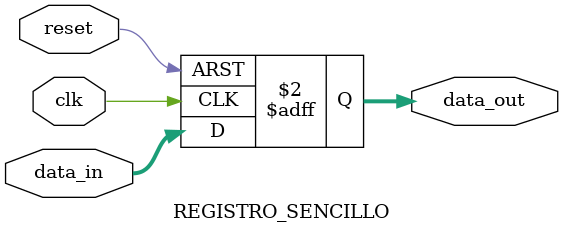
<source format=v>
`timescale 1ns / 1ps


module REGISTRO_SENCILLO(
	input wire clk,
	input wire reset,
	input wire [7:0] data_in,
	output reg [7:0] data_out
   );
	
	always @(posedge clk, posedge reset) begin
      if (reset) begin
         data_out <= 8'b00000000;
      end else begin
			data_out <= data_in;
		end
	end
endmodule

</source>
